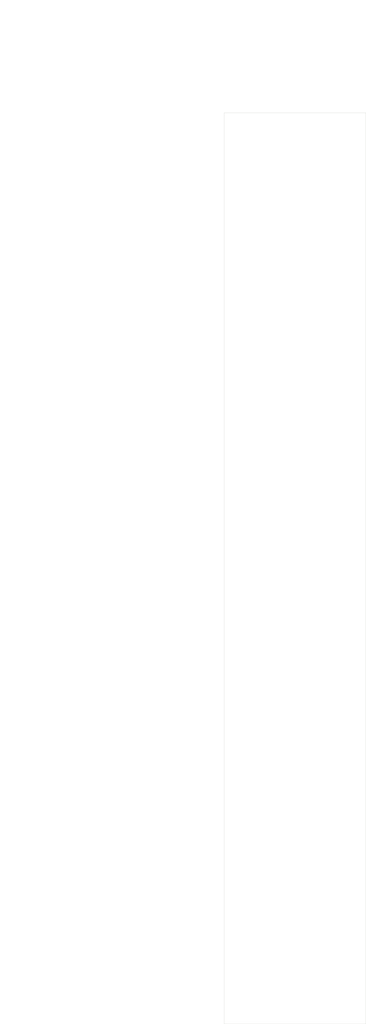
<source format=kicad_pcb>

(kicad_pcb (version 4) (host pcbnew 4.0.7)

	(general
		(links 0)
		(no_connects 0)
		(area 77.052499 41.877835 92.193313 53.630501)
		(thickness 1.6)
		(drawings 8)
		(tracks 0)
		(zones 0)
		(modules 1)
		(nets 1)
	)

	(page A4)
	(layers
		(0 F.Cu signal)
		(31 B.Cu signal)
		(32 B.Adhes user)
		(33 F.Adhes user)
		(34 B.Paste user)
		(35 F.Paste user)
		(36 B.SilkS user)
		(37 F.SilkS user)
		(38 B.Mask user)
		(39 F.Mask user)
		(40 Dwgs.User user)
		(41 Cmts.User user)
		(42 Eco1.User user)
		(43 Eco2.User user)
		(44 Edge.Cuts user)
		(45 Margin user)
		(46 B.CrtYd user)
		(47 F.CrtYd user)
		(48 B.Fab user)
		(49 F.Fab user)
	)

	(setup
		(last_trace_width 0.25)
		(trace_clearance 0.2)
		(zone_clearance 0.508)
		(zone_45_only no)
		(trace_min 0.2)
		(segment_width 0.2)
		(edge_width 0.15)
		(via_size 0.6)
		(via_drill 0.4)
		(via_min_size 0.4)
		(via_min_drill 0.3)
		(uvia_size 0.3)
		(uvia_drill 0.1)
		(uvias_allowed no)
		(uvia_min_size 0.2)
		(uvia_min_drill 0.1)
		(pcb_text_width 0.3)
		(pcb_text_size 1.5 1.5)
		(mod_edge_width 0.15)
		(mod_text_size 1 1)
		(mod_text_width 0.15)
		(pad_size 1.524 1.524)
		(pad_drill 0.762)
		(pad_to_mask_clearance 0.2)
		(aux_axis_origin 0 0)
		(visible_elements FFFFFF7F)
		(pcbplotparams
			(layerselection 0x010f0_80000001)
			(usegerberextensions false)
			(excludeedgelayer true)
			(linewidth 0.100000)
			(plotframeref false)
			(viasonmask false)
			(mode 1)
			(useauxorigin false)
			(hpglpennumber 1)
			(hpglpenspeed 20)
			(hpglpendiameter 15)
			(hpglpenoverlay 2)
			(psnegative false)
			(psa4output false)
			(plotreference true)
			(plotvalue true)
			(plotinvisibletext false)
			(padsonsilk false)
			(subtractmaskfromsilk false)
			(outputformat 1)
			(mirror false)
			(drillshape 1)
			(scaleselection 1)
			(outputdirectory gerbers/))
	)

	(net 0 "")

	(net_class Default "This is the default net class."
		(clearance 0.2)
		(trace_width 0.25)
		(via_dia 0.6)
		(via_drill 0.4)
		(uvia_dia 0.3)
		(uvia_drill 0.1)
	)
(module LOGO (layer F.Cu)
  (at 0 0)
 (fp_text reference "G***" (at 0 0) (layer F.SilkS) hide
  (effects (font (thickness 0.3)))
  )
  (fp_text value "LOGO" (at 0.75 0) (layer F.SilkS) hide
  (effects (font (thickness 0.3)))
  )
)
(gr_line (start 86.888000 43.695000) (end 143.580000 43.695000) (layer Edge.Cuts) (width 0.1))
(gr_line (start 143.580000 43.695000) (end 143.580000 407.947000) (layer Edge.Cuts) (width 0.1))
(gr_line (start 143.580000 407.947000) (end 86.888000 407.947000) (layer Edge.Cuts) (width 0.1))
(gr_line (start 86.888000 407.947000) (end 86.888000 43.695000) (layer Edge.Cuts) (width 0.1))
(gr_line (start 86.888000 43.695000) (end 86.888000 43.695000) (layer Edge.Cuts) (width 0.1))

)

</source>
